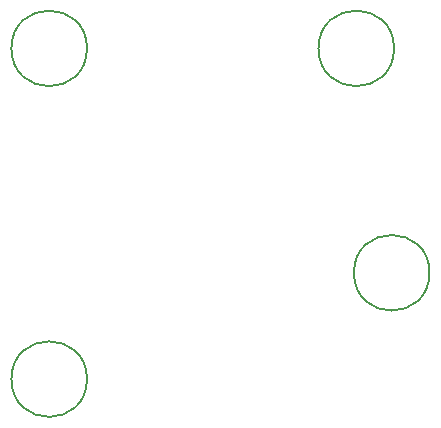
<source format=gbr>
%TF.GenerationSoftware,KiCad,Pcbnew,8.0.3*%
%TF.CreationDate,2024-06-17T19:23:31+08:00*%
%TF.ProjectId,power,706f7765-722e-46b6-9963-61645f706362,1.1.0*%
%TF.SameCoordinates,Original*%
%TF.FileFunction,Other,Comment*%
%FSLAX46Y46*%
G04 Gerber Fmt 4.6, Leading zero omitted, Abs format (unit mm)*
G04 Created by KiCad (PCBNEW 8.0.3) date 2024-06-17 19:23:31*
%MOMM*%
%LPD*%
G01*
G04 APERTURE LIST*
%ADD10C,0.150000*%
G04 APERTURE END LIST*
D10*
%TO.C,H1*%
X87200000Y-139000000D02*
G75*
G02*
X80800000Y-139000000I-3200000J0D01*
G01*
X80800000Y-139000000D02*
G75*
G02*
X87200000Y-139000000I3200000J0D01*
G01*
%TO.C,H3*%
X87200000Y-167000000D02*
G75*
G02*
X80800000Y-167000000I-3200000J0D01*
G01*
X80800000Y-167000000D02*
G75*
G02*
X87200000Y-167000000I3200000J0D01*
G01*
%TO.C,H4*%
X116200000Y-158000000D02*
G75*
G02*
X109800000Y-158000000I-3200000J0D01*
G01*
X109800000Y-158000000D02*
G75*
G02*
X116200000Y-158000000I3200000J0D01*
G01*
%TO.C,H2*%
X113200000Y-139000000D02*
G75*
G02*
X106800000Y-139000000I-3200000J0D01*
G01*
X106800000Y-139000000D02*
G75*
G02*
X113200000Y-139000000I3200000J0D01*
G01*
%TD*%
M02*

</source>
